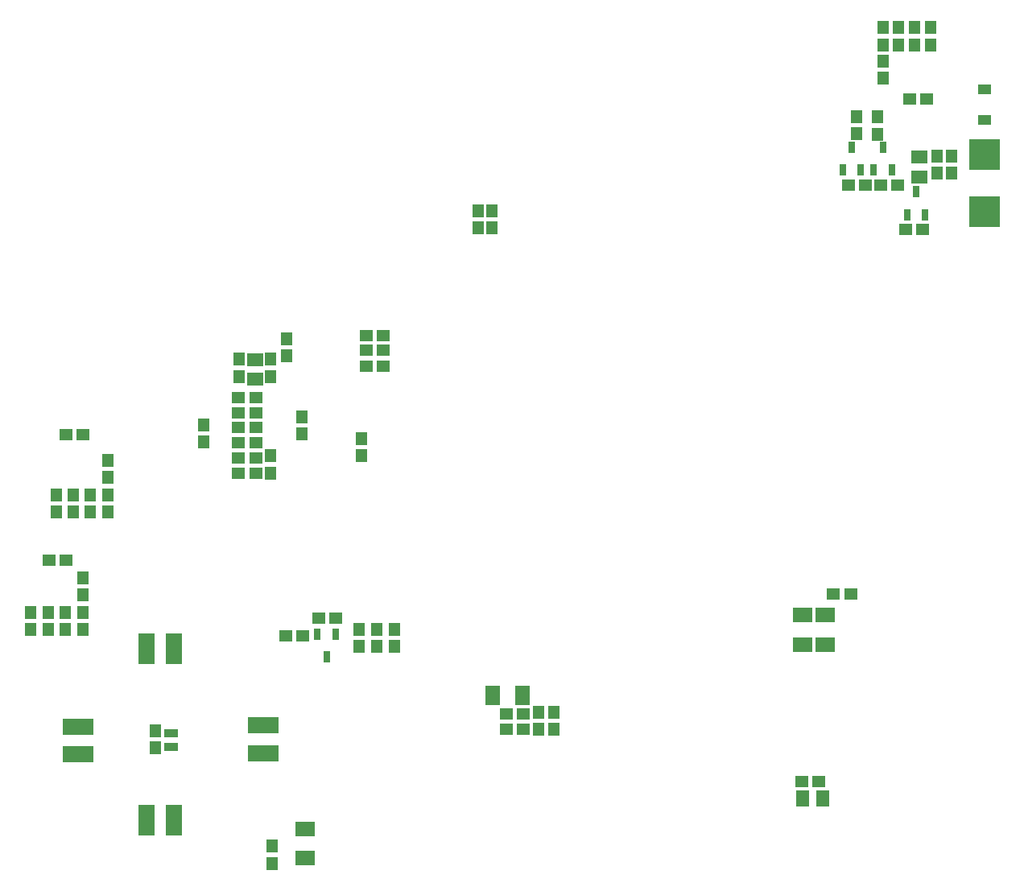
<source format=gbp>
G04*
G04 #@! TF.GenerationSoftware,Altium Limited,Altium Designer,23.0.1 (38)*
G04*
G04 Layer_Color=128*
%FSLAX44Y44*%
%MOMM*%
G71*
G04*
G04 #@! TF.SameCoordinates,7681B053-B415-4EDE-A76C-09C314C6D952*
G04*
G04*
G04 #@! TF.FilePolarity,Positive*
G04*
G01*
G75*
%ADD28R,1.3540X1.3040*%
%ADD47R,0.8040X1.2040*%
%ADD52R,1.3040X1.3540*%
%ADD54R,2.0040X1.5540*%
%ADD59R,1.5540X2.0040*%
%ADD62R,1.7540X1.4040*%
%ADD72R,1.4040X1.7540*%
%ADD83R,1.4240X1.1140*%
%ADD256R,3.2040X1.7040*%
%ADD257R,1.7040X3.2040*%
%ADD258R,0.5040X0.8740*%
%ADD259R,3.2040X3.2040*%
D28*
X1108000Y298000D02*
D03*
X1090000D02*
D03*
X1073500Y279500D02*
D03*
X1055500D02*
D03*
X1725250Y707250D02*
D03*
X1707250D02*
D03*
X1647500Y753750D02*
D03*
X1665500D02*
D03*
X1681250D02*
D03*
X1699250D02*
D03*
X824500Y358750D02*
D03*
X806500D02*
D03*
X824247Y490693D02*
D03*
X842247D02*
D03*
X1712000Y844000D02*
D03*
X1730000D02*
D03*
X1140250Y595500D02*
D03*
X1158250D02*
D03*
X1024000Y530250D02*
D03*
X1006000D02*
D03*
X1024000Y514250D02*
D03*
X1006000D02*
D03*
X1140250Y579500D02*
D03*
X1158250D02*
D03*
X1024000Y498500D02*
D03*
X1006000D02*
D03*
X1024000Y466500D02*
D03*
X1006000D02*
D03*
X1024000Y482500D02*
D03*
X1006000D02*
D03*
X1024000Y450500D02*
D03*
X1006000D02*
D03*
X1158250Y563250D02*
D03*
X1140250D02*
D03*
X1616500Y126250D02*
D03*
X1598500D02*
D03*
X1649750Y323000D02*
D03*
X1631750D02*
D03*
X1287800Y181010D02*
D03*
X1305800D02*
D03*
X1287800Y197010D02*
D03*
X1305800D02*
D03*
D47*
X1089000Y281000D02*
D03*
X1108000D02*
D03*
X1098500Y257000D02*
D03*
X1718500Y746250D02*
D03*
X1709000Y722250D02*
D03*
X1728000D02*
D03*
X1651000Y793500D02*
D03*
X1641500Y769500D02*
D03*
X1660500D02*
D03*
X1683500Y793250D02*
D03*
X1674000Y769250D02*
D03*
X1693000D02*
D03*
D52*
X1133000Y286250D02*
D03*
Y268250D02*
D03*
X1169750Y268500D02*
D03*
Y286500D02*
D03*
X1151500Y268500D02*
D03*
Y286500D02*
D03*
X842250Y286000D02*
D03*
Y304000D02*
D03*
X787250Y286250D02*
D03*
Y304250D02*
D03*
X842250Y322500D02*
D03*
Y340500D02*
D03*
X1655750Y825250D02*
D03*
Y807250D02*
D03*
X868247Y409693D02*
D03*
Y427693D02*
D03*
X1678250Y807000D02*
D03*
Y825000D02*
D03*
X1684000Y919000D02*
D03*
Y901000D02*
D03*
X814247Y409693D02*
D03*
Y427693D02*
D03*
X1734000Y919000D02*
D03*
Y901000D02*
D03*
X1321800Y181010D02*
D03*
Y199010D02*
D03*
X868247Y445693D02*
D03*
Y463693D02*
D03*
X1684000Y866000D02*
D03*
Y884000D02*
D03*
X1056500Y592000D02*
D03*
Y574000D02*
D03*
X823750Y286000D02*
D03*
Y304000D02*
D03*
X805500D02*
D03*
Y286000D02*
D03*
X850247Y409693D02*
D03*
Y427693D02*
D03*
X1700000Y919000D02*
D03*
Y901000D02*
D03*
X1717000Y919000D02*
D03*
Y901000D02*
D03*
X832247Y427693D02*
D03*
Y409693D02*
D03*
X1258250Y708500D02*
D03*
Y726500D02*
D03*
X1272750Y726750D02*
D03*
Y708750D02*
D03*
X1006250Y552250D02*
D03*
Y570250D02*
D03*
X1039750Y468750D02*
D03*
Y450750D02*
D03*
X1039750Y570250D02*
D03*
Y552250D02*
D03*
X1072500Y510000D02*
D03*
Y492000D02*
D03*
X1135000Y486750D02*
D03*
Y468750D02*
D03*
X918500Y161500D02*
D03*
Y179500D02*
D03*
X1337800Y199010D02*
D03*
Y181010D02*
D03*
X1756250Y783750D02*
D03*
Y765750D02*
D03*
X1740250Y783750D02*
D03*
Y765750D02*
D03*
X969500Y501500D02*
D03*
Y483500D02*
D03*
X1041000Y58000D02*
D03*
Y40000D02*
D03*
D54*
X1599000Y301000D02*
D03*
Y270000D02*
D03*
X1623000Y301000D02*
D03*
Y270000D02*
D03*
X1076000Y45500D02*
D03*
Y76500D02*
D03*
D59*
X1304300Y217010D02*
D03*
X1273300D02*
D03*
D62*
X1023250Y549000D02*
D03*
Y570000D02*
D03*
X1722250Y762250D02*
D03*
Y783250D02*
D03*
D72*
X1599000Y108250D02*
D03*
X1620000D02*
D03*
D83*
X1790250Y854350D02*
D03*
Y821650D02*
D03*
D256*
X1032000Y185000D02*
D03*
Y156000D02*
D03*
X837000Y155000D02*
D03*
Y184000D02*
D03*
D257*
X938000Y85000D02*
D03*
X909000D02*
D03*
Y266000D02*
D03*
X938000D02*
D03*
D258*
X940043Y162350D02*
D03*
X935043D02*
D03*
X930043D02*
D03*
X940043Y177150D02*
D03*
X935043D02*
D03*
X930043D02*
D03*
D259*
X1790500Y725500D02*
D03*
Y785500D02*
D03*
M02*

</source>
